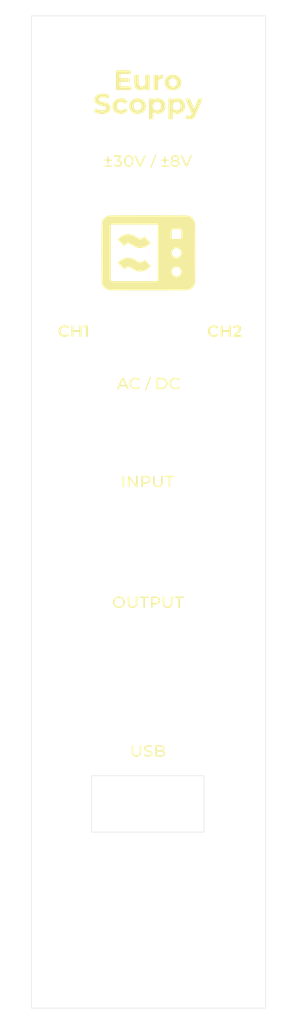
<source format=kicad_pcb>
(kicad_pcb (version 20211014) (generator pcbnew)
  (layers (0 "F.Cu" signal) (31 "B.Cu" signal) (34 "B.Paste" user) (35 "F.Paste" user) (36 "B.SilkS" user "B.Silkscreen") (37 "F.SilkS" user "F.Silkscreen") (38 "B.Mask" user) (39 "F.Mask" user) (44 "Edge.Cuts" user))
  (net 0 "")
  (footprint "MountingHole:MountingHole_6.4mm_M6" (layer "F.Cu") (at 180.1 87.5)
    (fp_text reference "REF6")
    (fp_text value "MountingHole_6.4mm_M6")
    (pad "" np_thru_hole circle (at 0 0) (size 6.4 6.4) (drill 6.4) (layers *.Cu *.Mask))
  )
  (footprint "MountingHole:MountingHole_6.4mm_M6" (layer "F.Cu") (at 180.1 103.4)
    (fp_text reference "REF8")
    (fp_text value "MountingHole_6.4mm_M6")
    (pad "" np_thru_hole circle (at 0 0) (size 6.4 6.4) (drill 6.4) (layers *.Cu *.Mask))
  )
  (footprint "MountingHole:MountingHole_6.4mm_M6" (layer "F.Cu") (at 160.5 87.5)
    (fp_text reference "REF9")
    (fp_text value "MountingHole_6.4mm_M6")
    (pad "" np_thru_hole circle (at 0 0) (size 6.4 6.4) (drill 6.4) (layers *.Cu *.Mask))
  )
  (footprint "MountingHole:MountingHole_5.3mm_M5" (layer "F.Cu") (at 160.6 46.4)
    (fp_text reference "REF1")
    (fp_text value "MountingHole_5.3mm_M5")
    (pad "" np_thru_hole circle (at 0 0) (size 5.3 5.3) (drill 5.3) (layers *.Cu *.Mask))
  )
  (footprint "MountingHole:MountingHole_5.3mm_M5" (layer "F.Cu") (at 180 75.4)
    (fp_text reference "REF4")
    (fp_text value "MountingHole_5.3mm_M5")
    (pad "" np_thru_hole circle (at 0 0) (size 5.3 5.3) (drill 5.3) (layers *.Cu *.Mask))
  )
  (footprint "MountingHole:MountingHole_3.2mm_M3" (layer "F.Cu") (at 178 153)
    (fp_text reference "REF11")
    (fp_text value "MountingHole_3.2mm_M3")
    (pad "" np_thru_hole circle (at 0 0) (size 3.2 3.2) (drill 3.2) (layers *.Cu *.Mask))
  )
  (footprint "scoppy:silk" (layer "F.Cu") (at 170.320273 91.721998)
    (fp_text reference "G1")
    (fp_text value "LOGO" hide)
  )
  (footprint "MountingHole:MountingHole_6.4mm_M6" (layer "F.Cu") (at 160.5 103.4)
    (fp_text reference "REF7")
    (fp_text value "MountingHole_6.4mm_M6")
    (pad "" np_thru_hole circle (at 0 0) (size 6.4 6.4) (drill 6.4) (layers *.Cu *.Mask))
  )
  (footprint "MountingHole:MountingHole_3.2mm_M3" (layer "F.Cu") (at 162.6 30.5)
    (fp_text reference "REF10")
    (fp_text value "MountingHole_3.2mm_M3")
    (pad "" np_thru_hole circle (at 0 0) (size 3.2 3.2) (drill 3.2) (layers *.Cu *.Mask))
  )
  (footprint "MountingHole:MountingHole_5.3mm_M5" (layer "F.Cu") (at 180 46.4)
    (fp_text reference "REF2")
    (fp_text value "MountingHole_5.3mm_M5")
    (pad "" np_thru_hole circle (at 0 0) (size 5.3 5.3) (drill 5.3) (layers *.Cu *.Mask))
  )
  (footprint "MountingHole:MountingHole_5.3mm_M5" (layer "F.Cu") (at 160.5 75.4)
    (fp_text reference "REF5")
    (fp_text value "MountingHole_5.3mm_M5")
    (pad "" np_thru_hole circle (at 0 0) (size 5.3 5.3) (drill 5.3) (layers *.Cu *.Mask))
  )
  (gr_line (start 155.1 156) (end 185.5 156) (layer "Edge.Cuts") (width 0.05))
  (gr_line (start 185.5 27.5) (end 185.5 156) (layer "Edge.Cuts") (width 0.05))
  (gr_line (start 162.9 125.9) (end 177.5 125.9) (layer "Edge.Cuts") (width 0.05))
  (gr_line (start 155.1 27.5) (end 155.1 156) (layer "Edge.Cuts") (width 0.05))
  (gr_line (start 162.9 125.9) (end 162.9 133.2) (layer "Edge.Cuts") (width 0.05))
  (gr_line (start 177.5 133.2) (end 162.9 133.2) (layer "Edge.Cuts") (width 0.05))
  (gr_line (start 177.5 125.9) (end 177.5 133.2) (layer "Edge.Cuts") (width 0.05))
  (gr_line (start 155.1 27.5) (end 185.5 27.5) (layer "Edge.Cuts") (width 0.05))
)
</source>
